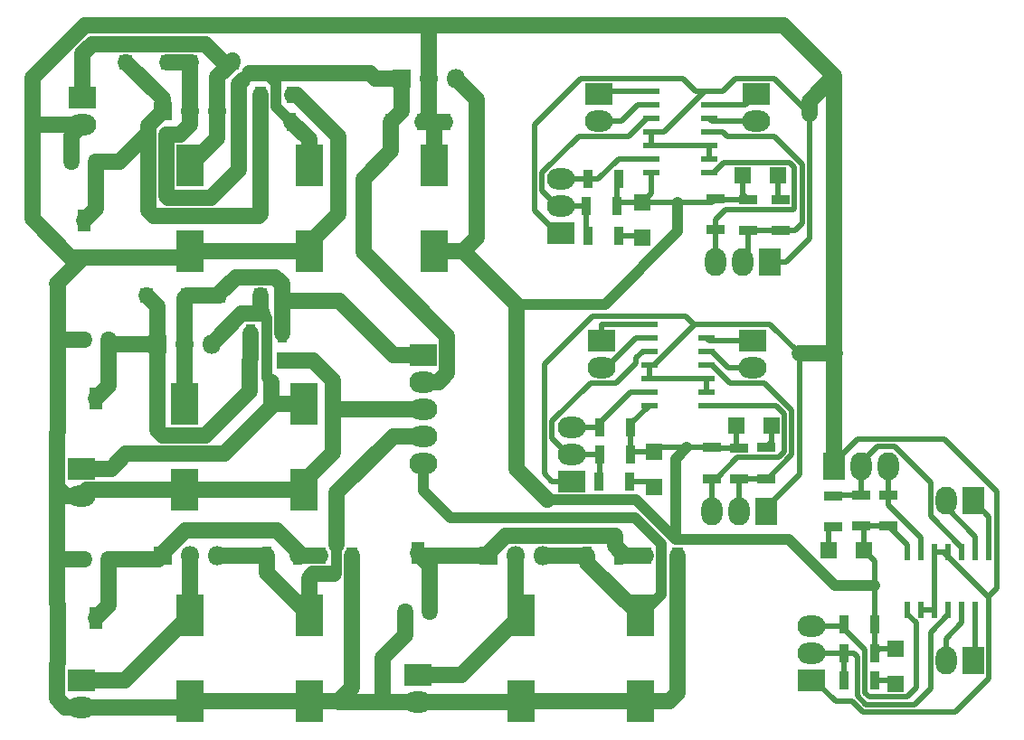
<source format=gbr>
G04 #@! TF.GenerationSoftware,KiCad,Pcbnew,5.0.2-bee76a0~70~ubuntu18.04.1*
G04 #@! TF.CreationDate,2020-06-06T12:21:30+02:00*
G04 #@! TF.ProjectId,test_box_control_board,74657374-5f62-46f7-985f-636f6e74726f,rev?*
G04 #@! TF.SameCoordinates,PX78dfd90PY94bb320*
G04 #@! TF.FileFunction,Copper,L1,Top*
G04 #@! TF.FilePolarity,Positive*
%FSLAX46Y46*%
G04 Gerber Fmt 4.6, Leading zero omitted, Abs format (unit mm)*
G04 Created by KiCad (PCBNEW 5.0.2-bee76a0~70~ubuntu18.04.1) date lör  6 jun 2020 12:21:30*
%MOMM*%
%LPD*%
G01*
G04 APERTURE LIST*
G04 #@! TA.AperFunction,SMDPad,CuDef*
%ADD10R,2.500000X4.000000*%
G04 #@! TD*
G04 #@! TA.AperFunction,SMDPad,CuDef*
%ADD11R,1.000000X1.600000*%
G04 #@! TD*
G04 #@! TA.AperFunction,SMDPad,CuDef*
%ADD12R,1.270000X1.470000*%
G04 #@! TD*
G04 #@! TA.AperFunction,ComponentPad*
%ADD13O,2.600000X2.000000*%
G04 #@! TD*
G04 #@! TA.AperFunction,ComponentPad*
%ADD14R,2.600000X2.000000*%
G04 #@! TD*
G04 #@! TA.AperFunction,ComponentPad*
%ADD15O,2.000000X2.600000*%
G04 #@! TD*
G04 #@! TA.AperFunction,ComponentPad*
%ADD16R,2.000000X2.600000*%
G04 #@! TD*
G04 #@! TA.AperFunction,SMDPad,CuDef*
%ADD17R,0.900000X1.700000*%
G04 #@! TD*
G04 #@! TA.AperFunction,SMDPad,CuDef*
%ADD18R,1.700000X0.900000*%
G04 #@! TD*
G04 #@! TA.AperFunction,ComponentPad*
%ADD19O,1.800000X1.800000*%
G04 #@! TD*
G04 #@! TA.AperFunction,ComponentPad*
%ADD20R,1.800000X1.800000*%
G04 #@! TD*
G04 #@! TA.AperFunction,SMDPad,CuDef*
%ADD21R,1.500000X0.600000*%
G04 #@! TD*
G04 #@! TA.AperFunction,SMDPad,CuDef*
%ADD22R,0.600000X1.500000*%
G04 #@! TD*
G04 #@! TA.AperFunction,SMDPad,CuDef*
%ADD23R,1.500000X1.500000*%
G04 #@! TD*
G04 #@! TA.AperFunction,SMDPad,CuDef*
%ADD24R,1.300000X1.300000*%
G04 #@! TD*
G04 #@! TA.AperFunction,SMDPad,CuDef*
%ADD25R,1.300000X2.000000*%
G04 #@! TD*
G04 #@! TA.AperFunction,Conductor*
%ADD26C,1.500000*%
G04 #@! TD*
G04 #@! TA.AperFunction,Conductor*
%ADD27C,1.000000*%
G04 #@! TD*
G04 #@! TA.AperFunction,Conductor*
%ADD28C,0.500000*%
G04 #@! TD*
G04 APERTURE END LIST*
D10*
G04 #@! TO.P,C1,2*
G04 #@! TO.N,GND*
X26162000Y22416000D03*
G04 #@! TO.P,C1,1*
G04 #@! TO.N,/21V_IN*
X26162000Y30416000D03*
G04 #@! TD*
G04 #@! TO.P,C2,1*
G04 #@! TO.N,GND*
X46482000Y2604000D03*
G04 #@! TO.P,C2,2*
G04 #@! TO.N,/-21V_IN*
X46482000Y10604000D03*
G04 #@! TD*
G04 #@! TO.P,C3,1*
G04 #@! TO.N,/11V_IN*
X15494000Y52768000D03*
G04 #@! TO.P,C3,2*
G04 #@! TO.N,GND*
X15494000Y44768000D03*
G04 #@! TD*
G04 #@! TO.P,C4,2*
G04 #@! TO.N,/-11V_IN*
X15494000Y10604000D03*
G04 #@! TO.P,C4,1*
G04 #@! TO.N,GND*
X15494000Y2604000D03*
G04 #@! TD*
D11*
G04 #@! TO.P,C5,2*
G04 #@! TO.N,Net-(C5-Pad2)*
X58190000Y16256000D03*
G04 #@! TO.P,C5,1*
G04 #@! TO.N,GND*
X61190000Y16256000D03*
G04 #@! TD*
G04 #@! TO.P,C6,2*
G04 #@! TO.N,Net-(C6-Pad2)*
X27710000Y16256000D03*
G04 #@! TO.P,C6,1*
G04 #@! TO.N,GND*
X30710000Y16256000D03*
G04 #@! TD*
G04 #@! TO.P,C7,2*
G04 #@! TO.N,GND*
X24130000Y34544000D03*
G04 #@! TO.P,C7,1*
G04 #@! TO.N,Net-(C7-Pad1)*
X21130000Y34544000D03*
G04 #@! TD*
G04 #@! TO.P,C8,1*
G04 #@! TO.N,Net-(C8-Pad1)*
X22122000Y59436000D03*
G04 #@! TO.P,C8,2*
G04 #@! TO.N,GND*
X25122000Y59436000D03*
G04 #@! TD*
D10*
G04 #@! TO.P,C9,1*
G04 #@! TO.N,GND*
X57658000Y2604000D03*
G04 #@! TO.P,C9,2*
G04 #@! TO.N,/-18V*
X57658000Y10604000D03*
G04 #@! TD*
G04 #@! TO.P,C10,2*
G04 #@! TO.N,/-8V*
X26670000Y10604000D03*
G04 #@! TO.P,C10,1*
G04 #@! TO.N,GND*
X26670000Y2604000D03*
G04 #@! TD*
G04 #@! TO.P,C11,2*
G04 #@! TO.N,GND*
X14986000Y22416000D03*
G04 #@! TO.P,C11,1*
G04 #@! TO.N,/18V*
X14986000Y30416000D03*
G04 #@! TD*
G04 #@! TO.P,C12,1*
G04 #@! TO.N,/8V*
X26670000Y52768000D03*
G04 #@! TO.P,C12,2*
G04 #@! TO.N,GND*
X26670000Y44768000D03*
G04 #@! TD*
D11*
G04 #@! TO.P,C13,1*
G04 #@! TO.N,/8V*
X34314000Y56896000D03*
G04 #@! TO.P,C13,2*
G04 #@! TO.N,GND*
X37314000Y56896000D03*
G04 #@! TD*
G04 #@! TO.P,C14,1*
G04 #@! TO.N,+5V*
X42394000Y56896000D03*
G04 #@! TO.P,C14,2*
G04 #@! TO.N,GND*
X39394000Y56896000D03*
G04 #@! TD*
D10*
G04 #@! TO.P,C15,2*
G04 #@! TO.N,GND*
X38354000Y52768000D03*
G04 #@! TO.P,C15,1*
G04 #@! TO.N,+5V*
X38354000Y44768000D03*
G04 #@! TD*
D12*
G04 #@! TO.P,D1,1*
G04 #@! TO.N,/21V_IN*
X22098000Y40640000D03*
G04 #@! TO.P,D1,2*
G04 #@! TO.N,/18V*
X18228000Y40640000D03*
G04 #@! TD*
G04 #@! TO.P,D2,1*
G04 #@! TO.N,/11V_IN*
X19461000Y62484000D03*
G04 #@! TO.P,D2,2*
G04 #@! TO.N,/8V*
X15591000Y62484000D03*
G04 #@! TD*
G04 #@! TO.P,D3,2*
G04 #@! TO.N,Net-(C7-Pad1)*
X11430000Y40640000D03*
G04 #@! TO.P,D3,1*
G04 #@! TO.N,/18V*
X15300000Y40640000D03*
G04 #@! TD*
G04 #@! TO.P,D4,2*
G04 #@! TO.N,Net-(C8-Pad1)*
X9495000Y62484000D03*
G04 #@! TO.P,D4,1*
G04 #@! TO.N,/8V*
X13365000Y62484000D03*
G04 #@! TD*
D13*
G04 #@! TO.P,J1,2*
G04 #@! TO.N,GND*
X5334000Y21844000D03*
D14*
G04 #@! TO.P,J1,1*
G04 #@! TO.N,/21V_IN*
X5334000Y24384000D03*
G04 #@! TD*
D13*
G04 #@! TO.P,J2,2*
G04 #@! TO.N,GND*
X5461000Y56642000D03*
D14*
G04 #@! TO.P,J2,1*
G04 #@! TO.N,/11V_IN*
X5461000Y59182000D03*
G04 #@! TD*
G04 #@! TO.P,J3,1*
G04 #@! TO.N,/-21V_IN*
X36830000Y5080000D03*
D13*
G04 #@! TO.P,J3,2*
G04 #@! TO.N,GND*
X36830000Y2540000D03*
G04 #@! TD*
D14*
G04 #@! TO.P,J4,1*
G04 #@! TO.N,/-11V_IN*
X5334000Y4572000D03*
D13*
G04 #@! TO.P,J4,2*
G04 #@! TO.N,GND*
X5334000Y2032000D03*
G04 #@! TD*
G04 #@! TO.P,J12,2*
G04 #@! TO.N,/BL*
X54051399Y33875998D03*
D14*
G04 #@! TO.P,J12,1*
G04 #@! TO.N,/~BL*
X54051399Y36415998D03*
G04 #@! TD*
G04 #@! TO.P,J13,1*
G04 #@! TO.N,/~LRU1*
X68177824Y36415998D03*
D13*
G04 #@! TO.P,J13,2*
G04 #@! TO.N,/LRU1*
X68177824Y33875998D03*
G04 #@! TD*
D15*
G04 #@! TO.P,J14,2*
G04 #@! TO.N,/LRU2*
X86275511Y21351255D03*
D16*
G04 #@! TO.P,J14,1*
G04 #@! TO.N,/~LRU2*
X88815511Y21351255D03*
G04 #@! TD*
G04 #@! TO.P,J15,1*
G04 #@! TO.N,/~G*
X88815511Y6365255D03*
D15*
G04 #@! TO.P,J15,2*
G04 #@! TO.N,/G*
X86275511Y6365255D03*
G04 #@! TD*
D17*
G04 #@! TO.P,R1,1*
G04 #@! TO.N,Net-(C5-Pad2)*
X55626000Y16256000D03*
G04 #@! TO.P,R1,2*
G04 #@! TO.N,/-18V*
X52726000Y16256000D03*
G04 #@! TD*
G04 #@! TO.P,R2,2*
G04 #@! TO.N,/-8V*
X22680000Y16256000D03*
G04 #@! TO.P,R2,1*
G04 #@! TO.N,Net-(C6-Pad2)*
X25580000Y16256000D03*
G04 #@! TD*
G04 #@! TO.P,R3,2*
G04 #@! TO.N,Net-(C7-Pad1)*
X21230000Y37084000D03*
G04 #@! TO.P,R3,1*
G04 #@! TO.N,/18V*
X24130000Y37084000D03*
G04 #@! TD*
G04 #@! TO.P,R4,1*
G04 #@! TO.N,/8V*
X24998000Y56896000D03*
G04 #@! TO.P,R4,2*
G04 #@! TO.N,Net-(C8-Pad1)*
X22098000Y56896000D03*
G04 #@! TD*
G04 #@! TO.P,R19,1*
G04 #@! TO.N,+5V*
X56737324Y25747998D03*
G04 #@! TO.P,R19,2*
G04 #@! TO.N,Net-(J10-Pad2)*
X53837324Y25747998D03*
G04 #@! TD*
D18*
G04 #@! TO.P,R20,1*
G04 #@! TO.N,+5V*
X66907824Y26319498D03*
G04 #@! TO.P,R20,2*
G04 #@! TO.N,Net-(J11-Pad2)*
X66907824Y23419498D03*
G04 #@! TD*
G04 #@! TO.P,R21,2*
G04 #@! TO.N,Net-(J16-Pad2)*
X78359000Y21897000D03*
G04 #@! TO.P,R21,1*
G04 #@! TO.N,+5V*
X78359000Y18997000D03*
G04 #@! TD*
D17*
G04 #@! TO.P,R22,1*
G04 #@! TO.N,+5V*
X79629000Y7112000D03*
G04 #@! TO.P,R22,2*
G04 #@! TO.N,Net-(J17-Pad2)*
X76729000Y7112000D03*
G04 #@! TD*
G04 #@! TO.P,R23,2*
G04 #@! TO.N,Net-(J10-Pad3)*
X53837324Y28287998D03*
G04 #@! TO.P,R23,1*
G04 #@! TO.N,+5V*
X56737324Y28287998D03*
G04 #@! TD*
D18*
G04 #@! TO.P,R24,2*
G04 #@! TO.N,Net-(J11-Pad3)*
X64367824Y23461998D03*
G04 #@! TO.P,R24,1*
G04 #@! TO.N,+5V*
X64367824Y26361998D03*
G04 #@! TD*
G04 #@! TO.P,R25,2*
G04 #@! TO.N,Net-(J16-Pad3)*
X80899000Y21897000D03*
G04 #@! TO.P,R25,1*
G04 #@! TO.N,+5V*
X80899000Y18997000D03*
G04 #@! TD*
D17*
G04 #@! TO.P,R26,1*
G04 #@! TO.N,+5V*
X79629000Y9779000D03*
G04 #@! TO.P,R26,2*
G04 #@! TO.N,Net-(J17-Pad3)*
X76729000Y9779000D03*
G04 #@! TD*
D19*
G04 #@! TO.P,U1,3*
G04 #@! TO.N,/-18V*
X48514000Y16256000D03*
G04 #@! TO.P,U1,2*
G04 #@! TO.N,/-21V_IN*
X45974000Y16256000D03*
D20*
G04 #@! TO.P,U1,1*
G04 #@! TO.N,Net-(C5-Pad2)*
X43434000Y16256000D03*
G04 #@! TD*
D19*
G04 #@! TO.P,U2,3*
G04 #@! TO.N,/-8V*
X18034000Y16256000D03*
G04 #@! TO.P,U2,2*
G04 #@! TO.N,/-11V_IN*
X15494000Y16256000D03*
D20*
G04 #@! TO.P,U2,1*
G04 #@! TO.N,Net-(C6-Pad2)*
X12954000Y16256000D03*
G04 #@! TD*
D19*
G04 #@! TO.P,U3,3*
G04 #@! TO.N,/21V_IN*
X17526000Y36068000D03*
G04 #@! TO.P,U3,2*
G04 #@! TO.N,/18V*
X14986000Y36068000D03*
D20*
G04 #@! TO.P,U3,1*
G04 #@! TO.N,Net-(C7-Pad1)*
X12446000Y36068000D03*
G04 #@! TD*
G04 #@! TO.P,U4,1*
G04 #@! TO.N,Net-(C8-Pad1)*
X12954000Y57912000D03*
D19*
G04 #@! TO.P,U4,2*
G04 #@! TO.N,/8V*
X15494000Y57912000D03*
G04 #@! TO.P,U4,3*
G04 #@! TO.N,/11V_IN*
X18034000Y57912000D03*
G04 #@! TD*
D20*
G04 #@! TO.P,U5,1*
G04 #@! TO.N,/8V*
X35306000Y60960000D03*
D19*
G04 #@! TO.P,U5,2*
G04 #@! TO.N,GND*
X37846000Y60960000D03*
G04 #@! TO.P,U5,3*
G04 #@! TO.N,+5V*
X40386000Y60960000D03*
G04 #@! TD*
D21*
G04 #@! TO.P,U7,14*
G04 #@! TO.N,+5V*
X58492824Y30319998D03*
G04 #@! TO.P,U7,13*
G04 #@! TO.N,Net-(J10-Pad3)*
X58492824Y31589998D03*
G04 #@! TO.P,U7,12*
G04 #@! TO.N,GND*
X58492824Y32859998D03*
G04 #@! TO.P,U7,11*
X58492824Y34129998D03*
G04 #@! TO.P,U7,10*
G04 #@! TO.N,Net-(J10-Pad2)*
X58492824Y35399998D03*
G04 #@! TO.P,U7,9*
G04 #@! TO.N,/BL*
X58492824Y36669998D03*
G04 #@! TO.P,U7,8*
G04 #@! TO.N,/~BL*
X58492824Y37939998D03*
G04 #@! TO.P,U7,7*
G04 #@! TO.N,GND*
X63892824Y37939998D03*
G04 #@! TO.P,U7,6*
G04 #@! TO.N,/~LRU1*
X63892824Y36669998D03*
G04 #@! TO.P,U7,5*
G04 #@! TO.N,/LRU1*
X63892824Y35399998D03*
G04 #@! TO.P,U7,4*
G04 #@! TO.N,Net-(J11-Pad2)*
X63892824Y34129998D03*
G04 #@! TO.P,U7,3*
G04 #@! TO.N,GND*
X63892824Y32859998D03*
G04 #@! TO.P,U7,2*
X63892824Y31589998D03*
G04 #@! TO.P,U7,1*
G04 #@! TO.N,Net-(J11-Pad3)*
X63892824Y30319998D03*
G04 #@! TD*
D22*
G04 #@! TO.P,U8,1*
G04 #@! TO.N,Net-(J17-Pad3)*
X82677000Y11176000D03*
G04 #@! TO.P,U8,2*
G04 #@! TO.N,GND*
X83947000Y11176000D03*
G04 #@! TO.P,U8,3*
X85217000Y11176000D03*
G04 #@! TO.P,U8,4*
G04 #@! TO.N,Net-(J17-Pad2)*
X86487000Y11176000D03*
G04 #@! TO.P,U8,5*
G04 #@! TO.N,/G*
X87757000Y11176000D03*
G04 #@! TO.P,U8,6*
G04 #@! TO.N,/~G*
X89027000Y11176000D03*
G04 #@! TO.P,U8,7*
G04 #@! TO.N,GND*
X90297000Y11176000D03*
G04 #@! TO.P,U8,8*
G04 #@! TO.N,/~LRU2*
X90297000Y16576000D03*
G04 #@! TO.P,U8,9*
G04 #@! TO.N,/LRU2*
X89027000Y16576000D03*
G04 #@! TO.P,U8,10*
G04 #@! TO.N,Net-(J16-Pad2)*
X87757000Y16576000D03*
G04 #@! TO.P,U8,11*
G04 #@! TO.N,GND*
X86487000Y16576000D03*
G04 #@! TO.P,U8,12*
X85217000Y16576000D03*
G04 #@! TO.P,U8,13*
G04 #@! TO.N,Net-(J16-Pad3)*
X83947000Y16576000D03*
G04 #@! TO.P,U8,14*
G04 #@! TO.N,+5V*
X82677000Y16576000D03*
G04 #@! TD*
D13*
G04 #@! TO.P,J5,5*
G04 #@! TO.N,/-18V*
X37338000Y24892000D03*
G04 #@! TO.P,J5,4*
G04 #@! TO.N,/-8V*
X37338000Y27432000D03*
G04 #@! TO.P,J5,3*
G04 #@! TO.N,GND*
X37338000Y29972000D03*
G04 #@! TO.P,J5,2*
G04 #@! TO.N,/8V*
X37338000Y32512000D03*
D14*
G04 #@! TO.P,J5,1*
G04 #@! TO.N,/18V*
X37338000Y35052000D03*
G04 #@! TD*
D23*
G04 #@! TO.P,D5,1*
G04 #@! TO.N,Net-(D5-Pad1)*
X57848500Y46038500D03*
G04 #@! TO.P,D5,2*
G04 #@! TO.N,+5V*
X57848500Y49338500D03*
G04 #@! TD*
G04 #@! TO.P,D6,1*
G04 #@! TO.N,Net-(D6-Pad1)*
X70548500Y51879500D03*
G04 #@! TO.P,D6,2*
G04 #@! TO.N,+5V*
X67248500Y51879500D03*
G04 #@! TD*
G04 #@! TO.P,D7,2*
G04 #@! TO.N,+5V*
X58970324Y25938498D03*
G04 #@! TO.P,D7,1*
G04 #@! TO.N,Net-(D7-Pad1)*
X58970324Y22638498D03*
G04 #@! TD*
G04 #@! TO.P,D8,2*
G04 #@! TO.N,+5V*
X66653824Y28414998D03*
G04 #@! TO.P,D8,1*
G04 #@! TO.N,Net-(D8-Pad1)*
X69953824Y28414998D03*
G04 #@! TD*
G04 #@! TO.P,D9,2*
G04 #@! TO.N,+5V*
X78612000Y16764000D03*
G04 #@! TO.P,D9,1*
G04 #@! TO.N,Net-(D9-Pad1)*
X75312000Y16764000D03*
G04 #@! TD*
G04 #@! TO.P,D10,1*
G04 #@! TO.N,Net-(D10-Pad1)*
X81534000Y4192000D03*
G04 #@! TO.P,D10,2*
G04 #@! TO.N,+5V*
X81534000Y7492000D03*
G04 #@! TD*
D14*
G04 #@! TO.P,J6,1*
G04 #@! TO.N,GND*
X50228500Y46418500D03*
D13*
G04 #@! TO.P,J6,2*
G04 #@! TO.N,Net-(J6-Pad2)*
X50228500Y48958500D03*
G04 #@! TO.P,J6,3*
G04 #@! TO.N,Net-(J6-Pad3)*
X50228500Y51498500D03*
G04 #@! TD*
D15*
G04 #@! TO.P,J7,3*
G04 #@! TO.N,Net-(J7-Pad3)*
X64706500Y43751500D03*
G04 #@! TO.P,J7,2*
G04 #@! TO.N,Net-(J7-Pad2)*
X67246500Y43751500D03*
D16*
G04 #@! TO.P,J7,1*
G04 #@! TO.N,GND*
X69786500Y43751500D03*
G04 #@! TD*
D13*
G04 #@! TO.P,J8,2*
G04 #@! TO.N,/BT*
X53784500Y56959500D03*
D14*
G04 #@! TO.P,J8,1*
G04 #@! TO.N,/~BT*
X53784500Y59499500D03*
G04 #@! TD*
G04 #@! TO.P,J9,1*
G04 #@! TO.N,/~SPARE*
X68516500Y59499500D03*
D13*
G04 #@! TO.P,J9,2*
G04 #@! TO.N,/SPARE*
X68516500Y56959500D03*
G04 #@! TD*
D14*
G04 #@! TO.P,J10,1*
G04 #@! TO.N,GND*
X51223324Y23207998D03*
D13*
G04 #@! TO.P,J10,2*
G04 #@! TO.N,Net-(J10-Pad2)*
X51223324Y25747998D03*
G04 #@! TO.P,J10,3*
G04 #@! TO.N,Net-(J10-Pad3)*
X51223324Y28287998D03*
G04 #@! TD*
D15*
G04 #@! TO.P,J11,3*
G04 #@! TO.N,Net-(J11-Pad3)*
X64367824Y20413998D03*
G04 #@! TO.P,J11,2*
G04 #@! TO.N,Net-(J11-Pad2)*
X66907824Y20413998D03*
D16*
G04 #@! TO.P,J11,1*
G04 #@! TO.N,GND*
X69447824Y20413998D03*
G04 #@! TD*
D15*
G04 #@! TO.P,J16,3*
G04 #@! TO.N,Net-(J16-Pad3)*
X80899000Y24638000D03*
G04 #@! TO.P,J16,2*
G04 #@! TO.N,Net-(J16-Pad2)*
X78359000Y24638000D03*
D16*
G04 #@! TO.P,J16,1*
G04 #@! TO.N,GND*
X75819000Y24638000D03*
G04 #@! TD*
D14*
G04 #@! TO.P,J17,1*
G04 #@! TO.N,GND*
X73660000Y4572000D03*
D13*
G04 #@! TO.P,J17,2*
G04 #@! TO.N,Net-(J17-Pad2)*
X73660000Y7112000D03*
G04 #@! TO.P,J17,3*
G04 #@! TO.N,Net-(J17-Pad3)*
X73660000Y9652000D03*
G04 #@! TD*
D17*
G04 #@! TO.P,R5,1*
G04 #@! TO.N,+5V*
X55488500Y48958500D03*
G04 #@! TO.P,R5,2*
G04 #@! TO.N,Net-(J6-Pad2)*
X52588500Y48958500D03*
G04 #@! TD*
D18*
G04 #@! TO.P,R6,1*
G04 #@! TO.N,+5V*
X67754500Y49593500D03*
G04 #@! TO.P,R6,2*
G04 #@! TO.N,Net-(J7-Pad2)*
X67754500Y46693500D03*
G04 #@! TD*
D17*
G04 #@! TO.P,R7,2*
G04 #@! TO.N,Net-(J6-Pad3)*
X52768500Y51498500D03*
G04 #@! TO.P,R7,1*
G04 #@! TO.N,+5V*
X55668500Y51498500D03*
G04 #@! TD*
D18*
G04 #@! TO.P,R8,2*
G04 #@! TO.N,Net-(J7-Pad3)*
X64706500Y46799500D03*
G04 #@! TO.P,R8,1*
G04 #@! TO.N,+5V*
X64706500Y49699500D03*
G04 #@! TD*
D17*
G04 #@! TO.P,R9,1*
G04 #@! TO.N,Net-(J6-Pad2)*
X52768500Y46164500D03*
G04 #@! TO.P,R9,2*
G04 #@! TO.N,Net-(D5-Pad1)*
X55668500Y46164500D03*
G04 #@! TD*
D18*
G04 #@! TO.P,R10,1*
G04 #@! TO.N,Net-(J7-Pad2)*
X70802500Y46693500D03*
G04 #@! TO.P,R10,2*
G04 #@! TO.N,Net-(D6-Pad1)*
X70802500Y49593500D03*
G04 #@! TD*
D17*
G04 #@! TO.P,R11,2*
G04 #@! TO.N,Net-(D7-Pad1)*
X56684324Y23207998D03*
G04 #@! TO.P,R11,1*
G04 #@! TO.N,Net-(J10-Pad2)*
X53784324Y23207998D03*
G04 #@! TD*
D18*
G04 #@! TO.P,R12,2*
G04 #@! TO.N,Net-(D8-Pad1)*
X69447824Y26361998D03*
G04 #@! TO.P,R12,1*
G04 #@! TO.N,Net-(J11-Pad2)*
X69447824Y23461998D03*
G04 #@! TD*
G04 #@! TO.P,R13,1*
G04 #@! TO.N,Net-(J16-Pad2)*
X75692000Y21844000D03*
G04 #@! TO.P,R13,2*
G04 #@! TO.N,Net-(D9-Pad1)*
X75692000Y18944000D03*
G04 #@! TD*
D17*
G04 #@! TO.P,R14,2*
G04 #@! TO.N,Net-(D10-Pad1)*
X79608000Y4572000D03*
G04 #@! TO.P,R14,1*
G04 #@! TO.N,Net-(J17-Pad2)*
X76708000Y4572000D03*
G04 #@! TD*
D21*
G04 #@! TO.P,U6,14*
G04 #@! TO.N,+5V*
X58704500Y52133500D03*
G04 #@! TO.P,U6,13*
G04 #@! TO.N,Net-(J6-Pad3)*
X58704500Y53403500D03*
G04 #@! TO.P,U6,12*
G04 #@! TO.N,GND*
X58704500Y54673500D03*
G04 #@! TO.P,U6,11*
X58704500Y55943500D03*
G04 #@! TO.P,U6,10*
G04 #@! TO.N,Net-(J6-Pad2)*
X58704500Y57213500D03*
G04 #@! TO.P,U6,9*
G04 #@! TO.N,/BT*
X58704500Y58483500D03*
G04 #@! TO.P,U6,8*
G04 #@! TO.N,/~BT*
X58704500Y59753500D03*
G04 #@! TO.P,U6,7*
G04 #@! TO.N,GND*
X64104500Y59753500D03*
G04 #@! TO.P,U6,6*
G04 #@! TO.N,/~SPARE*
X64104500Y58483500D03*
G04 #@! TO.P,U6,5*
G04 #@! TO.N,/SPARE*
X64104500Y57213500D03*
G04 #@! TO.P,U6,4*
G04 #@! TO.N,Net-(J7-Pad2)*
X64104500Y55943500D03*
G04 #@! TO.P,U6,3*
G04 #@! TO.N,GND*
X64104500Y54673500D03*
G04 #@! TO.P,U6,2*
X64104500Y53403500D03*
G04 #@! TO.P,U6,1*
G04 #@! TO.N,Net-(J7-Pad3)*
X64104500Y52133500D03*
G04 #@! TD*
D24*
G04 #@! TO.P,RV1,3*
G04 #@! TO.N,GND*
X35680000Y10966000D03*
D25*
G04 #@! TO.P,RV1,2*
G04 #@! TO.N,Net-(C5-Pad2)*
X36830000Y16466000D03*
D24*
G04 #@! TO.P,RV1,1*
X37980000Y10966000D03*
G04 #@! TD*
G04 #@! TO.P,RV2,1*
G04 #@! TO.N,GND*
X5581000Y15894500D03*
D25*
G04 #@! TO.P,RV2,2*
G04 #@! TO.N,Net-(C6-Pad2)*
X6731000Y10394500D03*
D24*
G04 #@! TO.P,RV2,3*
X7881000Y15894500D03*
G04 #@! TD*
G04 #@! TO.P,RV3,1*
G04 #@! TO.N,GND*
X5581000Y36468500D03*
D25*
G04 #@! TO.P,RV3,2*
G04 #@! TO.N,Net-(C7-Pad1)*
X6731000Y30968500D03*
D24*
G04 #@! TO.P,RV3,3*
X7881000Y36468500D03*
G04 #@! TD*
G04 #@! TO.P,RV4,3*
G04 #@! TO.N,Net-(C8-Pad1)*
X6738000Y53105500D03*
D25*
G04 #@! TO.P,RV4,2*
X5588000Y47605500D03*
D24*
G04 #@! TO.P,RV4,1*
G04 #@! TO.N,GND*
X4438000Y53105500D03*
G04 #@! TD*
D26*
G04 #@! TO.N,GND*
X15494000Y44768000D02*
X26670000Y44768000D01*
X38354000Y52768000D02*
X38354000Y56896000D01*
X29420000Y2604000D02*
X26670000Y2604000D01*
X3184000Y41538000D02*
X3042000Y41680000D01*
X34538000Y29972000D02*
X28912000Y29972000D01*
X28912000Y25916000D02*
X26162000Y23166000D01*
X3042000Y41696000D02*
X5542000Y44196000D01*
X3083999Y27721999D02*
X3083999Y22623999D01*
X5842000Y44196000D02*
X4371998Y44196000D01*
X26162000Y23166000D02*
X26162000Y22416000D01*
X37314000Y56896000D02*
X38354000Y56896000D01*
X46418000Y2540000D02*
X46482000Y2604000D01*
X29420000Y55484002D02*
X29420000Y48268000D01*
D27*
X24130000Y34544000D02*
X24638000Y34544000D01*
D26*
X5842000Y44196000D02*
X14922000Y44196000D01*
X37338000Y29972000D02*
X34538000Y29972000D01*
X3184000Y27822000D02*
X3083999Y27721999D01*
X3863998Y21844000D02*
X5334000Y21844000D01*
X60408000Y2604000D02*
X57658000Y2604000D01*
X3863998Y2032000D02*
X3083999Y2811999D01*
X3083999Y22623999D02*
X3863998Y21844000D01*
X5542000Y44196000D02*
X5842000Y44196000D01*
X3042000Y41680000D02*
X3042000Y41696000D01*
X4371998Y44196000D02*
X771010Y47796988D01*
X14922000Y44196000D02*
X15494000Y44768000D01*
X30710000Y3894000D02*
X29420000Y2604000D01*
X61190000Y16256000D02*
X61190000Y3386000D01*
X25468002Y59436000D02*
X29420000Y55484002D01*
X30710000Y16256000D02*
X30710000Y3894000D01*
X3184000Y8883000D02*
X3184000Y11633000D01*
X26670000Y45518000D02*
X26670000Y44768000D01*
X29420000Y48268000D02*
X26670000Y45518000D01*
X37846000Y57428000D02*
X37314000Y56896000D01*
X38354000Y56896000D02*
X39394000Y56896000D01*
X3083999Y6032999D02*
X3184000Y6133000D01*
X3184000Y6133000D02*
X3184000Y8883000D01*
X15494000Y2604000D02*
X26670000Y2604000D01*
X25122000Y59436000D02*
X25468002Y59436000D01*
X5334000Y2032000D02*
X3863998Y2032000D01*
X5906000Y22416000D02*
X5334000Y21844000D01*
X3083999Y2811999D02*
X3083999Y6032999D01*
X61190000Y3386000D02*
X60408000Y2604000D01*
X37846000Y60960000D02*
X37846000Y57428000D01*
X46482000Y2604000D02*
X57658000Y2604000D01*
X14986000Y22416000D02*
X5906000Y22416000D01*
X26994002Y34544000D02*
X28912000Y32626002D01*
X26162000Y22416000D02*
X14986000Y22416000D01*
X28912000Y32626002D02*
X28912000Y29972000D01*
X5334000Y2032000D02*
X14922000Y2032000D01*
X24638000Y34544000D02*
X26994002Y34544000D01*
X28912000Y29972000D02*
X28912000Y25916000D01*
X14922000Y2032000D02*
X15494000Y2604000D01*
X3184000Y28695000D02*
X3184000Y27822000D01*
X3184000Y11633000D02*
X3083999Y11733001D01*
X36830000Y2540000D02*
X46418000Y2540000D01*
X29420000Y2604000D02*
X29484000Y2540000D01*
D28*
X38066000Y29972000D02*
X37338000Y29972000D01*
X64104500Y53403500D02*
X64104500Y54673500D01*
X64104500Y54673500D02*
X58704500Y54673500D01*
X58704500Y54673500D02*
X58704500Y55943500D01*
X63654500Y59753500D02*
X64104500Y59753500D01*
X59844500Y55943500D02*
X63654500Y59753500D01*
X58704500Y55943500D02*
X59844500Y55943500D01*
X66550501Y60949501D02*
X65354500Y59753500D01*
X65354500Y59753500D02*
X64104500Y59753500D01*
X70176501Y60949501D02*
X66550501Y60949501D01*
X73502521Y57623481D02*
X70176501Y60949501D01*
X73502521Y45967521D02*
X73502521Y57623481D01*
X71286500Y43751500D02*
X73502521Y45967521D01*
X69786500Y43751500D02*
X71286500Y43751500D01*
X62854500Y59753500D02*
X64104500Y59753500D01*
X52124499Y60949501D02*
X61658499Y60949501D01*
X61658499Y60949501D02*
X62854500Y59753500D01*
X47778480Y56603482D02*
X52124499Y60949501D01*
X47778480Y48568520D02*
X47778480Y56603482D01*
X49928500Y46418500D02*
X47778480Y48568520D01*
X50228500Y46418500D02*
X49928500Y46418500D01*
X86487000Y16576000D02*
X85217000Y16576000D01*
X85217000Y15326000D02*
X85217000Y11176000D01*
X85217000Y16576000D02*
X85217000Y15326000D01*
X85217000Y11176000D02*
X83947000Y11176000D01*
X90297000Y12296000D02*
X90297000Y11176000D01*
X86017000Y16576000D02*
X90297000Y12296000D01*
X85217000Y16576000D02*
X86017000Y16576000D01*
X90297000Y12426000D02*
X90297000Y11176000D01*
X91047001Y13176001D02*
X90297000Y12426000D01*
X91047001Y22229767D02*
X91047001Y13176001D01*
X86138758Y27138010D02*
X91047001Y22229767D01*
X78019010Y27138010D02*
X86138758Y27138010D01*
X75819000Y24938000D02*
X78019010Y27138010D01*
X75819000Y24638000D02*
X75819000Y24938000D01*
X90297000Y4736742D02*
X90297000Y11176000D01*
X87152237Y1591979D02*
X90297000Y4736742D01*
X78498093Y1591979D02*
X87152237Y1591979D01*
X77510038Y2580036D02*
X78498093Y1591979D01*
X75951964Y2580036D02*
X77510038Y2580036D01*
X73960000Y4572000D02*
X75951964Y2580036D01*
X73660000Y4572000D02*
X73960000Y4572000D01*
X58492824Y34129998D02*
X58492824Y32859998D01*
X63892824Y32859998D02*
X63892824Y31589998D01*
X59742824Y32859998D02*
X63892824Y32859998D01*
X58492824Y32859998D02*
X59742824Y32859998D01*
X58942824Y34129998D02*
X58492824Y34129998D01*
X62752824Y37939998D02*
X58942824Y34129998D01*
X63892824Y37939998D02*
X62752824Y37939998D01*
X62642824Y37939998D02*
X63892824Y37939998D01*
X61892823Y38689999D02*
X62642824Y37939998D01*
X53215398Y38689999D02*
X61892823Y38689999D01*
X48723314Y34197915D02*
X53215398Y38689999D01*
X48723314Y23908008D02*
X48723314Y34197915D01*
X49423324Y23207998D02*
X48723314Y23908008D01*
X51223324Y23207998D02*
X49423324Y23207998D01*
X65142824Y37939998D02*
X63892824Y37939998D01*
X69763826Y37939998D02*
X65142824Y37939998D01*
X72553845Y35149979D02*
X69763826Y37939998D01*
X72553845Y23820019D02*
X72553845Y35149979D01*
X69447824Y20713998D02*
X72553845Y23820019D01*
X69447824Y20413998D02*
X69447824Y20713998D01*
D26*
X771010Y60990188D02*
X5664841Y65884020D01*
X75819000Y61150500D02*
X75819000Y24638000D01*
X71085480Y65884020D02*
X75819000Y61150500D01*
X73502521Y58834021D02*
X75819000Y61150500D01*
X73502521Y57623481D02*
X73502521Y58834021D01*
X72553845Y35149979D02*
X75916979Y35149979D01*
X37846000Y65566520D02*
X37528500Y65884020D01*
X37846000Y60960000D02*
X37846000Y65566520D01*
X5664841Y65884020D02*
X37528500Y65884020D01*
X37528500Y65884020D02*
X71085480Y65884020D01*
X33528000Y6664000D02*
X33528000Y2540000D01*
X35680000Y8816000D02*
X33528000Y6664000D01*
X29484000Y2540000D02*
X33528000Y2540000D01*
X35680000Y10966000D02*
X35680000Y8816000D01*
X33528000Y2540000D02*
X36830000Y2540000D01*
X3293999Y15894500D02*
X3083999Y15684500D01*
X5581000Y15894500D02*
X3293999Y15894500D01*
X3083999Y11733001D02*
X3083999Y15684500D01*
X3083999Y15684500D02*
X3083999Y22623999D01*
X3394000Y36468500D02*
X3184000Y36258500D01*
X5581000Y36468500D02*
X3394000Y36468500D01*
X3184000Y28695000D02*
X3184000Y36258500D01*
X3184000Y36258500D02*
X3184000Y41538000D01*
X5461000Y56642000D02*
X898010Y56642000D01*
X771010Y47796988D02*
X771010Y56515000D01*
X898010Y56642000D02*
X771010Y56515000D01*
X771010Y56515000D02*
X771010Y60990188D01*
X4438000Y55619000D02*
X4438000Y53105500D01*
X5461000Y56642000D02*
X4438000Y55619000D01*
G04 #@! TO.N,/21V_IN*
X20342001Y38884001D02*
X22329999Y38884001D01*
X17526000Y36068000D02*
X20342001Y38884001D01*
D27*
X22680010Y38533990D02*
X22680010Y32945990D01*
X22329999Y38884001D02*
X22680010Y38533990D01*
X22680010Y32945990D02*
X23114000Y32512000D01*
D26*
X23114000Y30714000D02*
X23412000Y30416000D01*
X23114000Y32512000D02*
X23114000Y30714000D01*
X22098000Y39116000D02*
X22329999Y38884001D01*
X22098000Y40640000D02*
X22098000Y39116000D01*
X23412000Y30416000D02*
X26162000Y30416000D01*
X18761989Y25765989D02*
X23412000Y30416000D01*
X9515989Y25765989D02*
X18761989Y25765989D01*
X8134000Y24384000D02*
X9515989Y25765989D01*
X5334000Y24384000D02*
X8134000Y24384000D01*
G04 #@! TO.N,/-21V_IN*
X40958000Y5080000D02*
X46482000Y10604000D01*
X36830000Y5080000D02*
X40958000Y5080000D01*
X45974000Y11112000D02*
X46482000Y10604000D01*
X45974000Y16256000D02*
X45974000Y11112000D01*
G04 #@! TO.N,/11V_IN*
X18034000Y55308000D02*
X18034000Y57912000D01*
X15494000Y52768000D02*
X18034000Y55308000D01*
X18034000Y61057000D02*
X19461000Y62484000D01*
X18034000Y57912000D02*
X18034000Y61057000D01*
X19461000Y62584000D02*
X19461000Y62484000D01*
X16970992Y64184010D02*
X6369008Y64184010D01*
X18671002Y62484000D02*
X16970992Y64184010D01*
X19461000Y62484000D02*
X18671002Y62484000D01*
X5461000Y63276002D02*
X5461000Y59182000D01*
X6369008Y64184010D02*
X5461000Y63276002D01*
G04 #@! TO.N,/-11V_IN*
X15494000Y16256000D02*
X15494000Y10604000D01*
X9462000Y4572000D02*
X15494000Y10604000D01*
X5334000Y4572000D02*
X9462000Y4572000D01*
G04 #@! TO.N,Net-(C5-Pad2)*
X45085999Y18106001D02*
X55299999Y18106001D01*
X43434000Y16256000D02*
X43434000Y16454002D01*
X43434000Y16454002D02*
X45085999Y18106001D01*
X56190000Y16256000D02*
X58190000Y16256000D01*
X55299999Y17146001D02*
X56190000Y16256000D01*
X55299999Y18106001D02*
X55299999Y17146001D01*
X37040000Y16256000D02*
X36830000Y16466000D01*
X43434000Y16256000D02*
X37040000Y16256000D01*
X37980000Y15316000D02*
X37980000Y10966000D01*
X36830000Y16466000D02*
X37980000Y15316000D01*
G04 #@! TO.N,Net-(C6-Pad2)*
X25580000Y16656000D02*
X25580000Y16256000D01*
X23630000Y18606000D02*
X25580000Y16656000D01*
X15105998Y18606000D02*
X23630000Y18606000D01*
X12954000Y16454002D02*
X15105998Y18606000D01*
X12954000Y16256000D02*
X12954000Y16454002D01*
X25580000Y16256000D02*
X27178000Y16256000D01*
X27178000Y16256000D02*
X27710000Y16256000D01*
X7881000Y11544500D02*
X6731000Y10394500D01*
X7881000Y15894500D02*
X7881000Y11544500D01*
X12592500Y15894500D02*
X12954000Y16256000D01*
X7881000Y15894500D02*
X12592500Y15894500D01*
G04 #@! TO.N,Net-(C7-Pad1)*
X21230000Y34644000D02*
X21130000Y34544000D01*
X21230000Y37084000D02*
X21230000Y34644000D01*
X12446000Y33668000D02*
X12446000Y36068000D01*
X12446000Y27995998D02*
X12446000Y33668000D01*
X16996001Y27465999D02*
X12975999Y27465999D01*
X21130000Y31599998D02*
X16996001Y27465999D01*
X12975999Y27465999D02*
X12446000Y27995998D01*
X21130000Y34544000D02*
X21130000Y31599998D01*
X12446000Y39624000D02*
X11430000Y40640000D01*
X12446000Y36068000D02*
X12446000Y39624000D01*
X7881000Y32118500D02*
X6731000Y30968500D01*
X7881000Y36468500D02*
X7881000Y32118500D01*
X8281500Y36068000D02*
X7881000Y36468500D01*
X12446000Y36068000D02*
X8281500Y36068000D01*
G04 #@! TO.N,Net-(C8-Pad1)*
X12954000Y59025000D02*
X9495000Y62484000D01*
X12954000Y57912000D02*
X12954000Y59025000D01*
X22122000Y56920000D02*
X22098000Y56896000D01*
X22122000Y59436000D02*
X22122000Y56920000D01*
X11593989Y56551989D02*
X11593989Y48604011D01*
X12954000Y57912000D02*
X11593989Y56551989D01*
X12114010Y48083990D02*
X21921990Y48083990D01*
X11593989Y48604011D02*
X12114010Y48083990D01*
X22098000Y48260000D02*
X22098000Y56896000D01*
X21921990Y48083990D02*
X22098000Y48260000D01*
X6738000Y48755500D02*
X5588000Y47605500D01*
X6738000Y53105500D02*
X6738000Y48755500D01*
X11593989Y55811489D02*
X11593989Y56551989D01*
X8888000Y53105500D02*
X11593989Y55811489D01*
X6738000Y53105500D02*
X8888000Y53105500D01*
G04 #@! TO.N,/-18V*
X52726000Y15536000D02*
X57658000Y10604000D01*
X52726000Y16256000D02*
X52726000Y15536000D01*
X48514000Y16256000D02*
X52726000Y16256000D01*
D27*
X59640010Y17365992D02*
X57194002Y19812000D01*
X57658000Y10604000D02*
X59640010Y12586010D01*
X59640010Y12586010D02*
X59640010Y17365992D01*
X57194002Y19812000D02*
X39878000Y19812000D01*
X37338000Y22352000D02*
X37338000Y24892000D01*
X39878000Y19812000D02*
X37338000Y22352000D01*
D26*
G04 #@! TO.N,/-8V*
X18034000Y16256000D02*
X22680000Y16256000D01*
X22680000Y14594000D02*
X26670000Y10604000D01*
X22680000Y16256000D02*
X22680000Y14594000D01*
X34538000Y27432000D02*
X29259999Y22153999D01*
X37338000Y27432000D02*
X34538000Y27432000D01*
X29259999Y22153999D02*
X29259999Y17210176D01*
X27071999Y14505999D02*
X28983999Y14505999D01*
X26670000Y10604000D02*
X26670000Y14104000D01*
X26670000Y14104000D02*
X27071999Y14505999D01*
D27*
X29259999Y14781999D02*
X28983999Y14505999D01*
X29259999Y17210176D02*
X29259999Y14781999D01*
D28*
X37638000Y27432000D02*
X37338000Y27432000D01*
D26*
G04 #@! TO.N,/18V*
X14986000Y30416000D02*
X14986000Y36068000D01*
X14986000Y40326000D02*
X15300000Y40640000D01*
X14986000Y36068000D02*
X14986000Y40326000D01*
X15300000Y40640000D02*
X18228000Y40640000D01*
X19828010Y42340010D02*
X23477992Y42340010D01*
X18228000Y40740000D02*
X19828010Y42340010D01*
X23477992Y42340010D02*
X24130020Y41687982D01*
X18228000Y40640000D02*
X18228000Y40740000D01*
X29458000Y40132000D02*
X24130020Y40132000D01*
X34538000Y35052000D02*
X29458000Y40132000D01*
X37338000Y35052000D02*
X34538000Y35052000D01*
X24130020Y41687982D02*
X24130020Y40132000D01*
X24130020Y40132000D02*
X24130020Y37084000D01*
G04 #@! TO.N,/8V*
X15494000Y62387000D02*
X15591000Y62484000D01*
X15494000Y57912000D02*
X15494000Y62387000D01*
X15591000Y62484000D02*
X13365000Y62484000D01*
X26670000Y55224000D02*
X24998000Y56896000D01*
X26670000Y52768000D02*
X26670000Y55224000D01*
X14572793Y55718001D02*
X13300001Y55718001D01*
X15494000Y57912000D02*
X15494000Y56639208D01*
X15494000Y56639208D02*
X14572793Y55718001D01*
X13293999Y55711999D02*
X13293999Y49952001D01*
X13300001Y55718001D02*
X13293999Y55711999D01*
X13293999Y49952001D02*
X13462000Y49784000D01*
X17470002Y49784000D02*
X20066000Y52379998D01*
X13462000Y49784000D02*
X17470002Y49784000D01*
X20066000Y60452000D02*
X20412999Y60798999D01*
X20066000Y52379998D02*
X20066000Y60452000D01*
D27*
X20066000Y60452000D02*
X21082000Y61468000D01*
X22650002Y61468000D02*
X21082000Y61468000D01*
X23572010Y58321990D02*
X23572010Y60545992D01*
X23572010Y60545992D02*
X22650002Y61468000D01*
X24998000Y56896000D02*
X23572010Y58321990D01*
D26*
X35306000Y57888000D02*
X34314000Y56896000D01*
X35306000Y60960000D02*
X35306000Y57888000D01*
X37338000Y32512000D02*
X38808002Y32512000D01*
X38808002Y32512000D02*
X39588001Y33291999D01*
X32398000Y61468000D02*
X21082000Y61468000D01*
X32906000Y60960000D02*
X32398000Y61468000D01*
X35306000Y60960000D02*
X32906000Y60960000D01*
X39588001Y33291999D02*
X39588001Y35052000D01*
X39588001Y36812001D02*
X31750000Y44650002D01*
X39588001Y35052000D02*
X39588001Y36812001D01*
X31750000Y44650002D02*
X31750000Y51562000D01*
X34314000Y54126000D02*
X34314000Y56896000D01*
X31750000Y51562000D02*
X34314000Y54126000D01*
G04 #@! TO.N,+5V*
X42394000Y58952000D02*
X40386000Y60960000D01*
X42394000Y56896000D02*
X42394000Y58952000D01*
X41104000Y44768000D02*
X38354000Y44768000D01*
X42394000Y46058000D02*
X41104000Y44768000D01*
X42394000Y56896000D02*
X42394000Y50292000D01*
X42394000Y50292000D02*
X42394000Y46058000D01*
D28*
X67248500Y50099500D02*
X67754500Y49593500D01*
X67248500Y51879500D02*
X67248500Y50099500D01*
X64812500Y49593500D02*
X64706500Y49699500D01*
X67754500Y49593500D02*
X64812500Y49593500D01*
X55868500Y49338500D02*
X55488500Y48958500D01*
X57848500Y49338500D02*
X55868500Y49338500D01*
X55488500Y51318500D02*
X55668500Y51498500D01*
X55488500Y48958500D02*
X55488500Y51318500D01*
X64345500Y49338500D02*
X64706500Y49699500D01*
X58704500Y50194500D02*
X57848500Y49338500D01*
X58704500Y52133500D02*
X58704500Y50194500D01*
X80009000Y7492000D02*
X79629000Y7112000D01*
X81534000Y7492000D02*
X80009000Y7492000D01*
X79629000Y9779000D02*
X79629000Y7112000D01*
X78612000Y18744000D02*
X78359000Y18997000D01*
X78612000Y16764000D02*
X78612000Y18744000D01*
X78359000Y18997000D02*
X80899000Y18997000D01*
X82677000Y17219000D02*
X80899000Y18997000D01*
X82677000Y16576000D02*
X82677000Y17219000D01*
X79629000Y15747000D02*
X78612000Y16764000D01*
X56927824Y25938498D02*
X56737324Y25747998D01*
X58970324Y25938498D02*
X56927824Y25938498D01*
X56737324Y25747998D02*
X56737324Y28287998D01*
X56737324Y28564498D02*
X58492824Y30319998D01*
X56737324Y28287998D02*
X56737324Y28564498D01*
X66653824Y26573498D02*
X66907824Y26319498D01*
X66653824Y28414998D02*
X66653824Y26573498D01*
X64410324Y26319498D02*
X64367824Y26361998D01*
X66907824Y26319498D02*
X64410324Y26319498D01*
X59393824Y26361998D02*
X58970324Y25938498D01*
D26*
X41104000Y44768000D02*
X46101000Y39771000D01*
X46101000Y39771000D02*
X46101000Y24320320D01*
X46101000Y24320320D02*
X48973323Y21447997D01*
D27*
X71559997Y17756001D02*
X75853998Y13462000D01*
X57255075Y21447997D02*
X60947071Y17756001D01*
X48973323Y21447997D02*
X57255075Y21447997D01*
D28*
X79629000Y13462000D02*
X79629000Y15747000D01*
D27*
X75853998Y13462000D02*
X79629000Y13462000D01*
X60947071Y17756001D02*
X71559997Y17756001D01*
D28*
X79629000Y9779000D02*
X79629000Y13462000D01*
D27*
X60947071Y25269569D02*
X62039500Y26361998D01*
X60947071Y17756001D02*
X60947071Y25269569D01*
D28*
X64367824Y26361998D02*
X62039500Y26361998D01*
X62039500Y26361998D02*
X59393824Y26361998D01*
D27*
X54341002Y39771000D02*
X46101000Y39771000D01*
X61150500Y49338500D02*
X61150500Y46580498D01*
X61150500Y46580498D02*
X54341002Y39771000D01*
D28*
X61150500Y49338500D02*
X64345500Y49338500D01*
X57848500Y49338500D02*
X61150500Y49338500D01*
G04 #@! TO.N,Net-(D5-Pad1)*
X57722500Y46164500D02*
X57848500Y46038500D01*
X55668500Y46164500D02*
X57722500Y46164500D01*
G04 #@! TO.N,Net-(D6-Pad1)*
X70548500Y49847500D02*
X70802500Y49593500D01*
X70548500Y51879500D02*
X70548500Y49847500D01*
G04 #@! TO.N,/BL*
X54448824Y33875998D02*
X54051399Y33875998D01*
X57242824Y36669998D02*
X54448824Y33875998D01*
X58492824Y36669998D02*
X57242824Y36669998D01*
G04 #@! TO.N,/~BL*
X54051399Y37915998D02*
X54051399Y36415998D01*
X54075399Y37939998D02*
X54051399Y37915998D01*
X58492824Y37939998D02*
X54075399Y37939998D01*
G04 #@! TO.N,/~G*
X89027000Y6576744D02*
X88815511Y6365255D01*
X89027000Y11176000D02*
X89027000Y6576744D01*
G04 #@! TO.N,/G*
X86275511Y8444511D02*
X86275511Y8165255D01*
X86275511Y8165255D02*
X86275511Y6365255D01*
X87757000Y9926000D02*
X86275511Y8444511D01*
X87757000Y11176000D02*
X87757000Y9926000D01*
G04 #@! TO.N,Net-(J16-Pad3)*
X80899000Y21897000D02*
X80899000Y24638000D01*
X83947000Y17826000D02*
X83947000Y16576000D01*
X83947000Y17899000D02*
X83947000Y17826000D01*
X80899000Y20947000D02*
X83947000Y17899000D01*
X80899000Y21897000D02*
X80899000Y20947000D01*
G04 #@! TO.N,Net-(J17-Pad3)*
X76602000Y9652000D02*
X76729000Y9779000D01*
X73660000Y9652000D02*
X76602000Y9652000D01*
X82677000Y10726000D02*
X82677000Y11176000D01*
X83477000Y3824998D02*
X83477000Y9926000D01*
X82644001Y2991999D02*
X83477000Y3824998D01*
X83477000Y9926000D02*
X82677000Y10726000D01*
X79077999Y2991999D02*
X82644001Y2991999D01*
X78707999Y3361999D02*
X79077999Y2991999D01*
X78707999Y7400001D02*
X78707999Y3361999D01*
X76729000Y9379000D02*
X78707999Y7400001D01*
X76729000Y9779000D02*
X76729000Y9379000D01*
G04 #@! TO.N,Net-(D7-Pad1)*
X58400824Y23207998D02*
X58970324Y22638498D01*
X56684324Y23207998D02*
X58400824Y23207998D01*
G04 #@! TO.N,Net-(D8-Pad1)*
X69953824Y26867998D02*
X69447824Y26361998D01*
X69953824Y28414998D02*
X69953824Y26867998D01*
G04 #@! TO.N,Net-(D9-Pad1)*
X75312000Y18564000D02*
X75692000Y18944000D01*
X75312000Y16764000D02*
X75312000Y18564000D01*
G04 #@! TO.N,Net-(D10-Pad1)*
X81154000Y4572000D02*
X81534000Y4192000D01*
X79608000Y4572000D02*
X81154000Y4572000D01*
G04 #@! TO.N,Net-(J6-Pad3)*
X50228500Y51498500D02*
X52768500Y51498500D01*
X57454500Y53403500D02*
X58704500Y53403500D01*
X55623500Y53403500D02*
X57454500Y53403500D01*
X53718500Y51498500D02*
X55623500Y53403500D01*
X52768500Y51498500D02*
X53718500Y51498500D01*
G04 #@! TO.N,Net-(J7-Pad3)*
X64706500Y46799500D02*
X64706500Y43751500D01*
X64554500Y52133500D02*
X64104500Y52133500D01*
X71658501Y53079501D02*
X65500501Y53079501D01*
X72102501Y52635501D02*
X71658501Y53079501D01*
X72102501Y48783499D02*
X72102501Y52635501D01*
X72012501Y48693499D02*
X72102501Y48783499D01*
X65650499Y48693499D02*
X72012501Y48693499D01*
X65500501Y53079501D02*
X64554500Y52133500D01*
X64706500Y47749500D02*
X65650499Y48693499D01*
X64706500Y46799500D02*
X64706500Y47749500D01*
G04 #@! TO.N,/BT*
X55584500Y56959500D02*
X53784500Y56959500D01*
X55930500Y56959500D02*
X55584500Y56959500D01*
X57454500Y58483500D02*
X55930500Y56959500D01*
X58704500Y58483500D02*
X57454500Y58483500D01*
G04 #@! TO.N,/~BT*
X54038500Y59753500D02*
X53784500Y59499500D01*
X58704500Y59753500D02*
X54038500Y59753500D01*
G04 #@! TO.N,/~SPARE*
X67500500Y58483500D02*
X68516500Y59499500D01*
X64104500Y58483500D02*
X67500500Y58483500D01*
G04 #@! TO.N,/SPARE*
X64358500Y56959500D02*
X64104500Y57213500D01*
X68516500Y56959500D02*
X64358500Y56959500D01*
G04 #@! TO.N,Net-(J10-Pad3)*
X51223324Y28287998D02*
X53837324Y28287998D01*
X56739324Y31589998D02*
X57242824Y31589998D01*
X57242824Y31589998D02*
X58492824Y31589998D01*
X53837324Y28687998D02*
X56739324Y31589998D01*
X53837324Y28287998D02*
X53837324Y28687998D01*
G04 #@! TO.N,Net-(J11-Pad3)*
X64367824Y23461998D02*
X64367824Y20413998D01*
X65142824Y30319998D02*
X63892824Y30319998D01*
X70358826Y30319998D02*
X65142824Y30319998D01*
X71153825Y29524999D02*
X70358826Y30319998D01*
X71153825Y25957997D02*
X71153825Y29524999D01*
X70615325Y25419497D02*
X71153825Y25957997D01*
X66725323Y25419497D02*
X70615325Y25419497D01*
X64767824Y23461998D02*
X66725323Y25419497D01*
X64367824Y23461998D02*
X64767824Y23461998D01*
G04 #@! TO.N,/~LRU1*
X64146824Y36415998D02*
X63892824Y36669998D01*
X68177824Y36415998D02*
X64146824Y36415998D01*
G04 #@! TO.N,/LRU1*
X64342824Y35399998D02*
X63892824Y35399998D01*
X65866824Y33875998D02*
X64342824Y35399998D01*
X68177824Y33875998D02*
X65866824Y33875998D01*
G04 #@! TO.N,/LRU2*
X86275511Y20781253D02*
X86275511Y21351255D01*
X89027000Y18029764D02*
X86275511Y20781253D01*
X89027000Y16576000D02*
X89027000Y18029764D01*
G04 #@! TO.N,/~LRU2*
X90297000Y19869766D02*
X88815511Y21351255D01*
X90297000Y16576000D02*
X90297000Y19869766D01*
G04 #@! TO.N,Net-(J6-Pad2)*
X50228500Y48958500D02*
X52588500Y48958500D01*
X52588500Y46344500D02*
X52768500Y46164500D01*
X52588500Y48958500D02*
X52588500Y46344500D01*
X56550490Y55509490D02*
X58254500Y57213500D01*
X51888867Y55509490D02*
X56550490Y55509490D01*
X48478490Y52099113D02*
X51888867Y55509490D01*
X58254500Y57213500D02*
X58704500Y57213500D01*
X48478490Y50408510D02*
X48478490Y52099113D01*
X49928500Y48958500D02*
X48478490Y50408510D01*
X50228500Y48958500D02*
X49928500Y48958500D01*
G04 #@! TO.N,Net-(J7-Pad2)*
X67754500Y44259500D02*
X67246500Y43751500D01*
X67754500Y46693500D02*
X67754500Y44259500D01*
X67754500Y46693500D02*
X70802500Y46693500D01*
X65354500Y55943500D02*
X64104500Y55943500D01*
X65788510Y55509490D02*
X65354500Y55943500D01*
X70218475Y55509490D02*
X65788510Y55509490D01*
X72802511Y52925454D02*
X70218475Y55509490D01*
X72802511Y47343511D02*
X72802511Y52925454D01*
X72152500Y46693500D02*
X72802511Y47343511D01*
X70802500Y46693500D02*
X72152500Y46693500D01*
G04 #@! TO.N,Net-(J10-Pad2)*
X51223324Y25747998D02*
X53837324Y25747998D01*
X53837324Y23260998D02*
X53784324Y23207998D01*
X53837324Y25747998D02*
X53837324Y23260998D01*
X57902822Y35399998D02*
X58492824Y35399998D01*
X57292823Y34293997D02*
X57292823Y34789999D01*
X55424814Y32425988D02*
X57292823Y34293997D01*
X53010691Y32425988D02*
X55424814Y32425988D01*
X49423324Y28838621D02*
X53010691Y32425988D01*
X49423324Y27247998D02*
X49423324Y28838621D01*
X50923324Y25747998D02*
X49423324Y27247998D01*
X57292823Y34789999D02*
X57902822Y35399998D01*
X51223324Y25747998D02*
X50923324Y25747998D01*
G04 #@! TO.N,Net-(J11-Pad2)*
X69405324Y23419498D02*
X69447824Y23461998D01*
X66907824Y23419498D02*
X69405324Y23419498D01*
X66907824Y23419498D02*
X66907824Y20413998D01*
X66046834Y32425988D02*
X64342824Y34129998D01*
X69242799Y32425988D02*
X66046834Y32425988D01*
X64342824Y34129998D02*
X63892824Y34129998D01*
X71853835Y29814952D02*
X69242799Y32425988D01*
X71853835Y25668044D02*
X71853835Y29814952D01*
X69605289Y23419498D02*
X71853835Y25668044D01*
X66907824Y23419498D02*
X69605289Y23419498D01*
G04 #@! TO.N,Net-(J16-Pad2)*
X78359000Y24638000D02*
X78359000Y21897000D01*
X75745000Y21897000D02*
X75692000Y21844000D01*
X78359000Y21897000D02*
X75745000Y21897000D01*
X87757000Y17026000D02*
X87757000Y16576000D01*
X84825501Y19957499D02*
X87757000Y17026000D01*
X84825501Y23062122D02*
X84825501Y19957499D01*
X81449623Y26438000D02*
X84825501Y23062122D01*
X79859000Y26438000D02*
X81449623Y26438000D01*
X78359000Y24938000D02*
X79859000Y26438000D01*
X78359000Y24638000D02*
X78359000Y24938000D01*
G04 #@! TO.N,Net-(J17-Pad2)*
X73660000Y7112000D02*
X76729000Y7112000D01*
X76729000Y4593000D02*
X76708000Y4572000D01*
X76729000Y7112000D02*
X76729000Y4593000D01*
X86487000Y10726000D02*
X86487000Y11176000D01*
X84825501Y9064501D02*
X86487000Y10726000D01*
X84825501Y3765848D02*
X84825501Y9064501D01*
X83351642Y2291989D02*
X84825501Y3765848D01*
X78788046Y2291989D02*
X83351642Y2291989D01*
X78007989Y3072046D02*
X78788046Y2291989D01*
X78007989Y6783011D02*
X78007989Y3072046D01*
X77679000Y7112000D02*
X78007989Y6783011D01*
X76729000Y7112000D02*
X77679000Y7112000D01*
G04 #@! TD*
M02*

</source>
